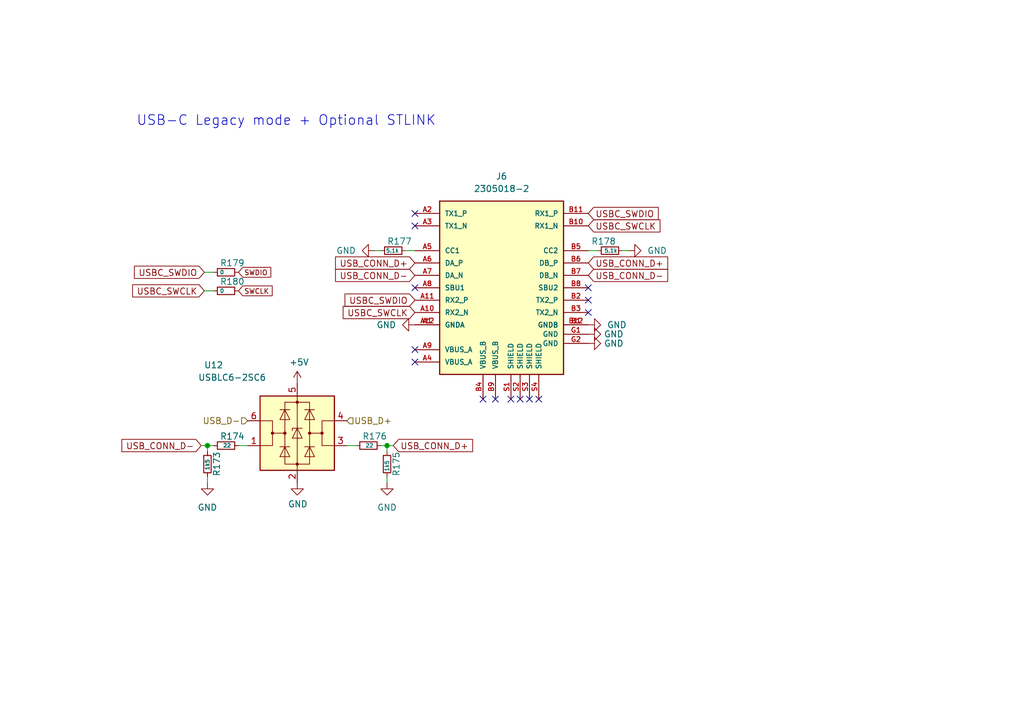
<source format=kicad_sch>
(kicad_sch (version 20211123) (generator eeschema)
  (paper "A5")
  (lib_symbols
    (symbol "Device:R_Small" (pin_numbers hide) (pin_names (offset 0.254) hide)
      (property "Reference" "R" (at 0.762 0.508 0))
      (property "Value" "R_Small" (at 0.762 -1.016 0))
      (symbol "R_Small_0_1"
        (rectangle (start -0.762 1.778) (end 0.762 -1.778) (stroke (width 0.2032)))
      )
      (symbol "R_Small_1_1"
        (pin passive line (at 0 2.54 270) (length 0.762) (name "~") (number "1"))
        (pin passive line (at 0 -2.54 90) (length 0.762) (name "~") (number "2"))
      )
    )
    (symbol "Power_Protection:USBLC6-2SC6" (pin_names hide)
      (property "Reference" "U" (at 2.54 8.89 0))
      (property "Value" "USBLC6-2SC6" (at 2.54 -8.89 0))
      (symbol "USBLC6-2SC6_0_1"
        (rectangle (start -7.62 -7.62) (end 7.62 7.62) (stroke (width 0.254)) (fill (type background)))
        (circle (center -5.08 0) (radius 0.254) (fill (type outline)))
        (circle (center -2.54 0) (radius 0.254) (fill (type outline)))
        (rectangle (start -2.54 6.35) (end 2.54 -6.35))
        (circle (center 0 -6.35) (radius 0.254) (fill (type outline)))
        (polyline (pts (xy -5.08 -2.54) (xy -7.62 -2.54)))
        (polyline (pts (xy -5.08 0) (xy -5.08 -2.54)))
        (polyline (pts (xy -5.08 2.54) (xy -7.62 2.54)))
        (polyline (pts (xy -1.524 -2.794) (xy -3.556 -2.794)))
        (polyline (pts (xy -1.524 4.826) (xy -3.556 4.826)))
        (polyline (pts (xy 0 -7.62) (xy 0 -6.35)))
        (polyline (pts (xy 0 -6.35) (xy 0 1.27)))
        (polyline (pts (xy 0 1.27) (xy 0 6.35)))
        (polyline (pts (xy 0 6.35) (xy 0 7.62)))
        (polyline (pts (xy 1.524 -2.794) (xy 3.556 -2.794)))
        (polyline (pts (xy 1.524 4.826) (xy 3.556 4.826)))
        (polyline (pts (xy 5.08 -2.54) (xy 7.62 -2.54)))
        (polyline (pts (xy 5.08 0) (xy 5.08 -2.54)))
        (polyline (pts (xy 5.08 2.54) (xy 7.62 2.54)))
        (polyline (pts (xy -2.54 0) (xy -5.08 0) (xy -5.08 2.54)))
        (polyline (pts (xy 2.54 0) (xy 5.08 0) (xy 5.08 2.54)))
        (polyline (pts (xy -3.556 -4.826) (xy -1.524 -4.826) (xy -2.54 -2.794) (xy -3.556 -4.826)))
        (polyline (pts (xy -3.556 2.794) (xy -1.524 2.794) (xy -2.54 4.826) (xy -3.556 2.794)))
        (polyline (pts (xy -1.016 -1.016) (xy 1.016 -1.016) (xy 0 1.016) (xy -1.016 -1.016)))
        (polyline (pts (xy 1.016 1.016) (xy 0.762 1.016) (xy -1.016 1.016) (xy -1.016 0.508)))
        (polyline (pts (xy 3.556 -4.826) (xy 1.524 -4.826) (xy 2.54 -2.794) (xy 3.556 -4.826)))
        (polyline (pts (xy 3.556 2.794) (xy 1.524 2.794) (xy 2.54 4.826) (xy 3.556 2.794)))
        (circle (center 0 6.35) (radius 0.254) (fill (type outline)))
        (circle (center 2.54 0) (radius 0.254) (fill (type outline)))
        (circle (center 5.08 0) (radius 0.254) (fill (type outline)))
      )
      (symbol "USBLC6-2SC6_1_1"
        (pin passive line (at -10.16 -2.54 0) (length 2.54) (name "I/O1") (number "1"))
        (pin passive line (at 0 -10.16 90) (length 2.54) (name "GND") (number "2"))
        (pin passive line (at 10.16 -2.54 180) (length 2.54) (name "I/O2") (number "3"))
        (pin passive line (at 10.16 2.54 180) (length 2.54) (name "I/O2") (number "4"))
        (pin passive line (at 0 10.16 270) (length 2.54) (name "VBUS") (number "5"))
        (pin passive line (at -10.16 2.54 0) (length 2.54) (name "I/O1") (number "6"))
      )
    )
    (symbol "pdms_additional:2305018-2" (pin_names (offset 1.016))
      (property "Reference" "J6" (at 0 22.86 0))
      (property "Value" "2305018-2" (at 0 20.32 0))
      (symbol "2305018-2_0_0"
        (rectangle (start -12.7 -17.78) (end 12.7 17.78) (stroke (width 0.254)) (fill (type background)))
        (pin passive line (at -17.78 -7.62 0) (length 5.08) (name "GNDA") (number "A1"))
        (pin passive line (at -17.78 -5.08 0) (length 5.08) (name "RX2_N") (number "A10"))
        (pin passive line (at -17.78 -2.54 0) (length 5.08) (name "RX2_P") (number "A11"))
        (pin passive line (at -17.78 -7.62 0) (length 5.08) (name "GNDA") (number "A12"))
        (pin passive line (at -17.78 15.24 0) (length 5.08) (name "TX1_P") (number "A2"))
        (pin passive line (at -17.78 12.7 0) (length 5.08) (name "TX1_N") (number "A3"))
        (pin passive line (at -17.78 -15.24 0) (length 5.08) (name "VBUS_A") (number "A4"))
        (pin passive line (at -17.78 7.62 0) (length 5.08) (name "CC1") (number "A5"))
        (pin passive line (at -17.78 5.08 0) (length 5.08) (name "DA_P") (number "A6"))
        (pin passive line (at -17.78 2.54 0) (length 5.08) (name "DA_N") (number "A7"))
        (pin passive line (at -17.78 0 0) (length 5.08) (name "SBU1") (number "A8"))
        (pin passive line (at -17.78 -12.7 0) (length 5.08) (name "VBUS_A") (number "A9"))
        (pin passive line (at 17.78 -7.62 180) (length 5.08) (name "GNDB") (number "B1"))
        (pin passive line (at 17.78 12.7 180) (length 5.08) (name "RX1_N") (number "B10"))
        (pin passive line (at 17.78 15.24 180) (length 5.08) (name "RX1_P") (number "B11"))
        (pin passive line (at 17.78 -7.62 180) (length 5.08) (name "GNDB") (number "B12"))
        (pin passive line (at 17.78 -2.54 180) (length 5.08) (name "TX2_P") (number "B2"))
        (pin passive line (at 17.78 -5.08 180) (length 5.08) (name "TX2_N") (number "B3"))
        (pin passive line (at -3.81 -22.86 90) (length 5.08) (name "VBUS_B") (number "B4"))
        (pin passive line (at 17.78 7.62 180) (length 5.08) (name "CC2") (number "B5"))
        (pin passive line (at 17.78 5.08 180) (length 5.08) (name "DB_P") (number "B6"))
        (pin passive line (at 17.78 2.54 180) (length 5.08) (name "DB_N") (number "B7"))
        (pin passive line (at 17.78 0 180) (length 5.08) (name "SBU2") (number "B8"))
        (pin passive line (at -1.27 -22.86 90) (length 5.08) (name "VBUS_B") (number "B9"))
        (pin power_in line (at 17.78 -9.525 180) (length 5.08) (name "GND") (number "G1"))
        (pin power_in line (at 17.78 -11.43 180) (length 5.08) (name "GND") (number "G2"))
        (pin power_in line (at 1.905 -22.86 90) (length 5.08) (name "SHIELD") (number "S1"))
        (pin power_in line (at 3.81 -22.86 90) (length 5.08) (name "SHIELD") (number "S2"))
        (pin power_in line (at 5.715 -22.86 90) (length 5.08) (name "SHIELD") (number "S3"))
        (pin power_in line (at 7.62 -22.86 90) (length 5.08) (name "SHIELD") (number "S4"))
      )
    )
    (symbol "power:+5V" (power) (pin_names (offset 0))
      (property "Value" "+5V" (at 0 3.556 0))
      (symbol "+5V_0_1"
        (polyline (pts (xy -0.762 1.27) (xy 0 2.54)))
        (polyline (pts (xy 0 0) (xy 0 2.54)))
        (polyline (pts (xy 0 2.54) (xy 0.762 1.27)))
      )
      (symbol "+5V_1_1"
        (pin power_in line (at 0 0 90) (length 0) hide (name "+5V") (number "1"))
      )
    )
    (symbol "power:GND" (power) (pin_names (offset 0))
      (property "Value" "GND" (at 0 -3.81 0))
      (symbol "GND_0_1"
        (polyline (pts (xy 0 0) (xy 0 -1.27) (xy 1.27 -1.27) (xy 0 -2.54) (xy -1.27 -1.27) (xy 0 -1.27)))
      )
      (symbol "GND_1_1"
        (pin power_in line (at 0 0 270) (length 0) hide (name "GND") (number "1"))
      )
    )
  )
  (junction (at 42.545 91.44))
  (junction (at 79.375 91.44))
  (no_connect (at 85.09 46.355))
  (no_connect (at 85.09 43.815))
  (no_connect (at 120.65 61.595))
  (no_connect (at 120.65 59.055))
  (no_connect (at 120.65 64.135))
  (no_connect (at 85.09 59.055))
  (no_connect (at 104.775 81.915))
  (no_connect (at 106.68 81.915))
  (no_connect (at 108.585 81.915))
  (no_connect (at 110.49 81.915))
  (no_connect (at 101.6 81.915))
  (no_connect (at 99.06 81.915))
  (no_connect (at 85.09 71.755))
  (no_connect (at 85.09 74.295))
  (wire (pts (xy 78.105 91.44) (xy 79.375 91.44)))
  (wire (pts (xy 42.545 91.44) (xy 42.545 92.71)))
  (wire (pts (xy 83.185 51.435) (xy 85.09 51.435)))
  (wire (pts (xy 50.8 91.44) (xy 48.895 91.44)))
  (wire (pts (xy 79.375 97.79) (xy 79.375 99.06)))
  (wire (pts (xy 71.12 91.44) (xy 73.025 91.44)))
  (wire (pts (xy 42.545 97.79) (xy 42.545 99.06)))
  (wire (pts (xy 41.91 59.69) (xy 43.815 59.69)))
  (wire (pts (xy 76.835 51.435) (xy 78.105 51.435)))
  (wire (pts (xy 41.91 55.88) (xy 43.815 55.88)))
  (wire (pts (xy 80.645 91.44) (xy 79.375 91.44)))
  (wire (pts (xy 79.375 91.44) (xy 79.375 92.71)))
  (wire (pts (xy 127.635 51.435) (xy 128.905 51.435)))
  (wire (pts (xy 41.275 91.44) (xy 42.545 91.44)))
  (wire (pts (xy 122.555 51.435) (xy 120.65 51.435)))
  (wire (pts (xy 42.545 91.44) (xy 43.815 91.44)))
  (text "USB-C Legacy mode + Optional STLINK" (at 27.94 26.035 0) (effects (font (size 2 2)) (justify left bottom)))
  (global_label "SWCLK" (shape input) (at 48.895 59.69 0) (effects (font (size 1.016 1.016))) (property "Intersheet References" "${INTERSHEET_REFS}" (effects hide)))
  (global_label "USB_CONN_D+" (shape input) (at 80.645 91.44 0) (property "Intersheet References" "${INTERSHEET_REFS}" (effects hide)))
  (global_label "USBC_SWCLK" (shape input) (at 120.65 46.355 0) (property "Intersheet References" "${INTERSHEET_REFS}" (effects hide)))
  (global_label "USB_CONN_D-" (shape input) (at 120.65 56.515 0) (property "Intersheet References" "${INTERSHEET_REFS}" (effects hide)))
  (global_label "USB_CONN_D-" (shape input) (at 85.09 56.515 180) (property "Intersheet References" "${INTERSHEET_REFS}" (effects hide)))
  (global_label "USBC_SWDIO" (shape input) (at 41.91 55.88 180) (property "Intersheet References" "${INTERSHEET_REFS}" (effects hide)))
  (global_label "USBC_SWCLK" (shape input) (at 41.91 59.69 180) (property "Intersheet References" "${INTERSHEET_REFS}" (effects hide)))
  (global_label "USBC_SWDIO" (shape input) (at 120.65 43.815 0) (property "Intersheet References" "${INTERSHEET_REFS}" (effects hide)))
  (global_label "SWDIO" (shape input) (at 48.895 55.88 0) (effects (font (size 1.016 1.016))) (property "Intersheet References" "${INTERSHEET_REFS}" (effects hide)))
  (global_label "USBC_SWCLK" (shape input) (at 85.09 64.135 180) (property "Intersheet References" "${INTERSHEET_REFS}" (effects hide)))
  (global_label "USBC_SWDIO" (shape input) (at 85.09 61.595 180) (property "Intersheet References" "${INTERSHEET_REFS}" (effects hide)))
  (global_label "USB_CONN_D-" (shape input) (at 41.275 91.44 180) (property "Intersheet References" "${INTERSHEET_REFS}" (effects hide)))
  (global_label "USB_CONN_D+" (shape input) (at 120.65 53.975 0) (property "Intersheet References" "${INTERSHEET_REFS}" (effects hide)))
  (global_label "USB_CONN_D+" (shape input) (at 85.09 53.975 180) (property "Intersheet References" "${INTERSHEET_REFS}" (effects hide)))
  (hierarchical_label "USB_D-" (shape input) (at 50.8 86.36 180))
  (hierarchical_label "USB_D+" (shape input) (at 71.12 86.36 0))
  (symbol (lib_id "Device:R_Small") (at 125.095 51.435 90) (unit 1)
    (property "Reference" "R178" (at 126.365 49.53 90) (effects (justify left)))
    (property "Value" "5.1k" (at 126.619 51.435 90) (effects (font (size 0.8 0.8)) (justify left)))
    (property "Footprint" "Resistor_SMD:R_0402_1005Metric" (effects hide))
  )
  (symbol (lib_id "power:GND") (at 120.65 70.485 90) (unit 1)
    (property "Reference" "#PWR0194" (effects hide))
    (property "Value" "GND" (at 123.825 70.4849 90) (effects (justify right)))
  )
  (symbol (lib_id "pdms_additional:2305018-2") (at 102.87 59.055 0) (unit 1)
    (property "Reference" "J6" (at 102.87 36.195 0))
    (property "Value" "2305018-2" (at 102.87 38.735 0))
    (property "Footprint" "PDMS_Additional:TE_2305018-2" (effects hide))
    (property "Comment" "2305018-2" (effects hide))
  )
  (symbol (lib_id "power:+5V") (at 60.96 78.74 0) (unit 1)
    (property "Reference" "#PWR0397" (effects hide))
    (property "Value" "+5V" (at 61.341 74.3458 0))
  )
  (symbol (lib_id "power:GND") (at 120.65 66.675 90) (unit 1)
    (property "Reference" "#PWR0393" (effects hide))
    (property "Value" "GND" (at 124.46 66.6749 90) (effects (justify right)))
  )
  (symbol (lib_id "power:GND") (at 76.835 51.435 270) (unit 1)
    (property "Reference" "#PWR0390" (effects hide))
    (property "Value" "GND" (at 73.025 51.4349 90) (effects (justify right)))
  )
  (symbol (lib_id "Device:R_Small") (at 46.355 59.69 270) (unit 1)
    (property "Reference" "R180" (at 45.085 57.785 90) (effects (justify left)))
    (property "Value" "0" (at 45.085 59.69 90) (effects (font (size 0.8 0.8)) (justify left)))
    (property "Footprint" "Resistor_SMD:R_0402_1005Metric" (effects hide))
  )
  (symbol (lib_id "Device:R_Small") (at 42.545 95.25 0) (unit 1)
    (property "Reference" "R173" (at 44.45 97.79 90) (effects (justify left)))
    (property "Value" "1k5" (at 42.545 96.52 90) (effects (font (size 0.8 0.8)) (justify left)))
    (property "Footprint" "Resistor_SMD:R_0402_1005Metric" (effects hide))
  )
  (symbol (lib_id "Power_Protection:USBLC6-2SC6") (at 60.96 88.9 0) (unit 1)
    (property "Reference" "U12" (at 43.815 74.93 0))
    (property "Value" "USBLC6-2SC6" (at 47.625 77.47 0))
    (property "Footprint" "Package_TO_SOT_SMD:SOT-23-6" (effects hide))
    (property "Datasheet" "https://www.st.com/resource/en/datasheet/usblc6-2.pdf" (effects hide))
  )
  (symbol (lib_id "power:GND") (at 60.96 99.06 0) (unit 1)
    (property "Reference" "#PWR0396" (effects hide))
    (property "Value" "GND" (at 61.087 103.4542 0))
  )
  (symbol (lib_id "power:GND") (at 79.375 99.06 0) (unit 1)
    (property "Reference" "#PWR0395" (effects hide))
    (property "Value" "GND" (at 79.375 104.14 0))
  )
  (symbol (lib_id "power:GND") (at 85.09 66.675 270) (unit 1)
    (property "Reference" "#PWR0391" (effects hide))
    (property "Value" "GND" (at 81.28 66.6749 90) (effects (justify right)))
  )
  (symbol (lib_id "power:GND") (at 42.545 99.06 0) (unit 1)
    (property "Reference" "#PWR0398" (effects hide))
    (property "Value" "GND" (at 42.545 104.14 0))
  )
  (symbol (lib_id "power:GND") (at 128.905 51.435 90) (unit 1)
    (property "Reference" "#PWR0394" (effects hide))
    (property "Value" "GND" (at 132.715 51.4349 90) (effects (justify right)))
  )
  (symbol (lib_id "Device:R_Small") (at 46.355 55.88 270) (unit 1)
    (property "Reference" "R179" (at 45.085 53.975 90) (effects (justify left)))
    (property "Value" "0" (at 45.085 55.88 90) (effects (font (size 0.8 0.8)) (justify left)))
    (property "Footprint" "Resistor_SMD:R_0402_1005Metric" (effects hide))
  )
  (symbol (lib_id "Device:R_Small") (at 75.565 91.44 270) (unit 1)
    (property "Reference" "R176" (at 74.295 89.535 90) (effects (justify left)))
    (property "Value" "22" (at 74.93 91.44 90) (effects (font (size 0.8 0.8)) (justify left)))
    (property "Footprint" "Resistor_SMD:R_0402_1005Metric" (effects hide))
  )
  (symbol (lib_id "power:GND") (at 120.65 68.58 90) (unit 1)
    (property "Reference" "#PWR0392" (effects hide))
    (property "Value" "GND" (at 123.825 68.5799 90) (effects (justify right)))
  )
  (symbol (lib_id "Device:R_Small") (at 80.645 51.435 270) (unit 1)
    (property "Reference" "R177" (at 79.375 49.53 90) (effects (justify left)))
    (property "Value" "5.1k" (at 79.121 51.435 90) (effects (font (size 0.8 0.8)) (justify left)))
    (property "Footprint" "Resistor_SMD:R_0402_1005Metric" (effects hide))
  )
  (symbol (lib_id "Device:R_Small") (at 46.355 91.44 270) (unit 1)
    (property "Reference" "R174" (at 45.085 89.535 90) (effects (justify left)))
    (property "Value" "22" (at 45.72 91.44 90) (effects (font (size 0.8 0.8)) (justify left)))
    (property "Footprint" "Resistor_SMD:R_0402_1005Metric" (effects hide))
  )
  (symbol (lib_id "Device:R_Small") (at 79.375 95.25 0) (unit 1)
    (property "Reference" "R175" (at 81.28 97.79 90) (effects (justify left)))
    (property "Value" "1k5" (at 79.375 96.774 90) (effects (font (size 0.8 0.8)) (justify left)))
    (property "Footprint" "Resistor_SMD:R_0402_1005Metric" (effects hide))
  )
)
</source>
